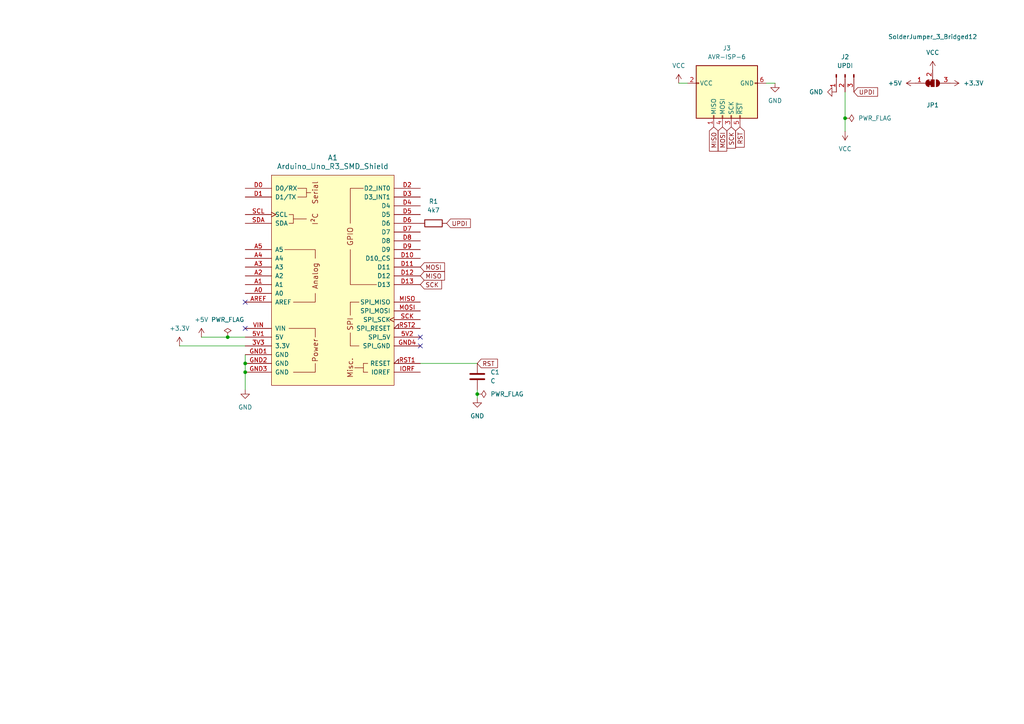
<source format=kicad_sch>
(kicad_sch (version 20231120) (generator "eeschema") (generator_version "8.0")
  (paper "A4")
  (lib_symbols
    (symbol "Connector:AVR-ISP-6" (pin_names (offset 1.016))
      (property "Reference" "J" (at -6.35 11.43 0))
      (property "Value" "AVR-ISP-6" (at 0 11.43 0))
      (symbol "AVR-ISP-6_0_1"
        (rectangle (start -2.667 -6.858) (end -2.413 -7.62))
        (rectangle (start -2.667 10.16) (end -2.413 9.398))
        (rectangle (start 7.62 -2.413) (end 6.858 -2.667))
        (rectangle (start 7.62 0.127) (end 6.858 -0.127))
        (rectangle (start 7.62 2.667) (end 6.858 2.413))
        (rectangle (start 7.62 5.207) (end 6.858 4.953))
        (rectangle (start 7.62 10.16) (end -7.62 -7.62) (stroke (width 0.254)) (fill (type background)))
      )
      (symbol "AVR-ISP-6_1_1"
        (pin passive line (at 10.16 5.08 180) (length 2.54) (name "MISO") (number "1"))
        (pin passive line (at -2.54 12.7 270) (length 2.54) (name "VCC") (number "2"))
        (pin passive line (at 10.16 0 180) (length 2.54) (name "SCK") (number "3"))
        (pin passive line (at 10.16 2.54 180) (length 2.54) (name "MOSI") (number "4"))
        (pin passive line (at 10.16 -2.54 180) (length 2.54) (name "~{RST}") (number "5"))
        (pin passive line (at -2.54 -10.16 90) (length 2.54) (name "GND") (number "6"))
      )
    )
    (symbol "Connector:Conn_01x03_Pin" (pin_names (offset 1.016) hide)
      (property "Reference" "J" (at 0 5.08 0))
      (property "Value" "Conn_01x03_Pin" (at 0 -5.08 0))
      (symbol "Conn_01x03_Pin_1_1"
        (polyline (pts (xy 1.27 -2.54) (xy 0.8636 -2.54)) (stroke (width 0.1524)))
        (polyline (pts (xy 1.27 0) (xy 0.8636 0)) (stroke (width 0.1524)))
        (polyline (pts (xy 1.27 2.54) (xy 0.8636 2.54)) (stroke (width 0.1524)))
        (rectangle (start 0.8636 -2.413) (end 0 -2.667) (stroke (width 0.1524)) (fill (type outline)))
        (rectangle (start 0.8636 0.127) (end 0 -0.127) (stroke (width 0.1524)) (fill (type outline)))
        (rectangle (start 0.8636 2.667) (end 0 2.413) (stroke (width 0.1524)) (fill (type outline)))
        (pin passive line (at 5.08 2.54 180) (length 3.81) (name "Pin_1") (number "1"))
        (pin passive line (at 5.08 0 180) (length 3.81) (name "Pin_2") (number "2"))
        (pin passive line (at 5.08 -2.54 180) (length 3.81) (name "Pin_3") (number "3"))
      )
    )
    (symbol "Device:C" (pin_numbers hide) (pin_names (offset 0.254))
      (property "Reference" "C" (at 0.635 2.54 0))
      (property "Value" "C" (at 0.635 -2.54 0))
      (symbol "C_0_1"
        (polyline (pts (xy -2.032 -0.762) (xy 2.032 -0.762)) (stroke (width 0.508)))
        (polyline (pts (xy -2.032 0.762) (xy 2.032 0.762)) (stroke (width 0.508)))
      )
      (symbol "C_1_1"
        (pin passive line (at 0 3.81 270) (length 2.794) (name "~") (number "1"))
        (pin passive line (at 0 -3.81 90) (length 2.794) (name "~") (number "2"))
      )
    )
    (symbol "Device:R" (pin_numbers hide) (pin_names (offset 0))
      (property "Reference" "R" (at 2.032 0 90))
      (property "Value" "R" (at 0 0 90))
      (symbol "R_0_1"
        (rectangle (start -1.016 -2.54) (end 1.016 2.54) (stroke (width 0.254)))
      )
      (symbol "R_1_1"
        (pin passive line (at 0 3.81 270) (length 1.27) (name "~") (number "1"))
        (pin passive line (at 0 -3.81 90) (length 1.27) (name "~") (number "2"))
      )
    )
    (symbol "Jumper:SolderJumper_3_Bridged12" (pin_names (offset 0) hide) (exclude_from_sim yes) (in_bom no)
      (property "Reference" "JP" (at -2.54 -2.54 0))
      (property "Value" "SolderJumper_3_Bridged12" (at 0 2.794 0))
      (symbol "SolderJumper_3_Bridged12_0_1"
        (rectangle (start -1.016 0.508) (end -0.508 -0.508) (fill (type outline)))
        (arc (start -1.016 1.016) (mid -2.0276 0) (end -1.016 -1.016))
        (arc (start -1.016 1.016) (mid -2.0276 0) (end -1.016 -1.016) (fill (type outline)))
        (rectangle (start -0.508 1.016) (end 0.508 -1.016) (fill (type outline)))
        (polyline (pts (xy -2.54 0) (xy -2.032 0)))
        (polyline (pts (xy -1.016 1.016) (xy -1.016 -1.016)))
        (polyline (pts (xy 0 -1.27) (xy 0 -1.016)))
        (polyline (pts (xy 1.016 1.016) (xy 1.016 -1.016)))
        (polyline (pts (xy 2.54 0) (xy 2.032 0)))
        (arc (start 1.016 -1.016) (mid 2.0276 0) (end 1.016 1.016))
        (arc (start 1.016 -1.016) (mid 2.0276 0) (end 1.016 1.016) (fill (type outline)))
      )
      (symbol "SolderJumper_3_Bridged12_1_1"
        (pin passive line (at -5.08 0 0) (length 2.54) (name "A") (number "1"))
        (pin passive line (at 0 -3.81 90) (length 2.54) (name "C") (number "2"))
        (pin passive line (at 5.08 0 180) (length 2.54) (name "B") (number "3"))
      )
    )
    (symbol "PCM_arduino-library:Arduino_Uno_R3_SMD_Shield" (pin_names (offset 1.016))
      (property "Reference" "A" (at 0 36.83 0))
      (property "Value" "Arduino_Uno_R3_SMD_Shield" (at 0 33.02 0))
      (symbol "Arduino_Uno_R3_SMD_Shield_0_0"
        (rectangle (start -17.78 30.48) (end 17.78 -30.48) (fill (type background)))
        (rectangle (start -12.7 -13.97) (end -5.08 -13.97))
        (rectangle (start -11.43 -26.67) (end -5.08 -26.67))
        (polyline (pts (xy -11.43 17.78) (xy -7.62 17.78)))
        (polyline (pts (xy -7.62 25.4) (xy -6.35 25.4)))
        (polyline (pts (xy -5.08 -26.67) (xy -5.08 -24.13)))
        (polyline (pts (xy -5.08 -15.24) (xy -5.08 -16.51)))
        (polyline (pts (xy -5.08 -13.97) (xy -5.08 -15.24)))
        (polyline (pts (xy -5.08 -3.81) (xy -5.08 -6.35) (xy -11.43 -6.35)))
        (polyline (pts (xy -5.08 6.35) (xy -5.08 8.89) (xy -13.97 8.89)))
        (polyline (pts (xy 5.08 8.89) (xy 5.08 -1.27) (xy 12.7 -1.27)))
        (polyline (pts (xy 5.08 16.51) (xy 5.08 26.67) (xy 8.89 26.67)))
        (polyline (pts (xy -12.7 19.05) (xy -11.43 19.05) (xy -11.43 16.51) (xy -12.7 16.51)))
        (polyline (pts (xy -10.16 26.67) (xy -7.62 26.67) (xy -7.62 24.13) (xy -10.16 24.13)))
        (rectangle (start 5.08 -19.05) (end 5.08 -15.24))
        (rectangle (start 5.08 -19.05) (end 7.62 -19.05))
        (rectangle (start 5.08 -10.16) (end 5.08 -6.35))
        (rectangle (start 7.62 -6.35) (end 5.08 -6.35))
        (rectangle (start 8.89 -25.4) (end 6.35 -25.4))
        (rectangle (start 8.89 -24.13) (end 8.89 -26.67))
        (rectangle (start 10.16 -26.67) (end 8.89 -26.67))
        (rectangle (start 10.16 -24.13) (end 8.89 -24.13))
        (text "Analog" (at -5.08 1.27 900) (effects (font (size 1.524 1.524))))
        (text "I²C" (at -5.08 17.78 900) (effects (font (size 1.524 1.524))))
        (text "Misc." (at 5.08 -25.4 900) (effects (font (size 1.524 1.524))))
        (text "Power" (at -5.08 -20.32 900) (effects (font (size 1.524 1.524))))
        (text "Serial" (at -5.08 25.4 900) (effects (font (size 1.524 1.524))))
        (text "SPI" (at 5.08 -12.7 900) (effects (font (size 1.524 1.524))))
      )
      (symbol "Arduino_Uno_R3_SMD_Shield_1_0"
        (text "GPIO" (at 5.08 12.7 900) (effects (font (size 1.524 1.524))))
      )
      (symbol "Arduino_Uno_R3_SMD_Shield_1_1"
        (pin power_out line (at -25.4 -19.05 0) (length 7.62) (name "3.3V") (number "3V3"))
        (pin power_in line (at -25.4 -16.51 0) (length 7.62) (name "5V") (number "5V1"))
        (pin power_in line (at 25.4 -16.51 180) (length 7.62) (name "SPI_5V") (number "5V2"))
        (pin bidirectional line (at -25.4 -3.81 0) (length 7.62) (name "A0") (number "A0"))
        (pin bidirectional line (at -25.4 -1.27 0) (length 7.62) (name "A1") (number "A1"))
        (pin bidirectional line (at -25.4 1.27 0) (length 7.62) (name "A2") (number "A2"))
        (pin bidirectional line (at -25.4 3.81 0) (length 7.62) (name "A3") (number "A3"))
        (pin bidirectional line (at -25.4 6.35 0) (length 7.62) (name "A4") (number "A4"))
        (pin bidirectional line (at -25.4 8.89 0) (length 7.62) (name "A5") (number "A5"))
        (pin input line (at -25.4 -6.35 0) (length 7.62) (name "AREF") (number "AREF"))
        (pin bidirectional line (at -25.4 26.67 0) (length 7.62) (name "D0/RX") (number "D0"))
        (pin bidirectional line (at -25.4 24.13 0) (length 7.62) (name "D1/TX") (number "D1"))
        (pin bidirectional line (at 25.4 6.35 180) (length 7.62) (name "D10_CS") (number "D10"))
        (pin bidirectional line (at 25.4 3.81 180) (length 7.62) (name "D11") (number "D11"))
        (pin bidirectional line (at 25.4 1.27 180) (length 7.62) (name "D12") (number "D12"))
        (pin bidirectional line (at 25.4 -1.27 180) (length 7.62) (name "D13") (number "D13"))
        (pin bidirectional line (at 25.4 26.67 180) (length 7.62) (name "D2_INT0") (number "D2"))
        (pin bidirectional line (at 25.4 24.13 180) (length 7.62) (name "D3_INT1") (number "D3"))
        (pin bidirectional line (at 25.4 21.59 180) (length 7.62) (name "D4") (number "D4"))
        (pin bidirectional line (at 25.4 19.05 180) (length 7.62) (name "D5") (number "D5"))
        (pin bidirectional line (at 25.4 16.51 180) (length 7.62) (name "D6") (number "D6"))
        (pin bidirectional line (at 25.4 13.97 180) (length 7.62) (name "D7") (number "D7"))
        (pin bidirectional line (at 25.4 11.43 180) (length 7.62) (name "D8") (number "D8"))
        (pin bidirectional line (at 25.4 8.89 180) (length 7.62) (name "D9") (number "D9"))
        (pin power_in line (at -25.4 -21.59 0) (length 7.62) (name "GND") (number "GND1"))
        (pin power_in line (at -25.4 -24.13 0) (length 7.62) (name "GND") (number "GND2"))
        (pin power_in line (at -25.4 -26.67 0) (length 7.62) (name "GND") (number "GND3"))
        (pin power_in line (at 25.4 -19.05 180) (length 7.62) (name "SPI_GND") (number "GND4"))
        (pin output line (at 25.4 -26.67 180) (length 7.62) (name "IOREF") (number "IORF"))
        (pin input line (at 25.4 -6.35 180) (length 7.62) (name "SPI_MISO") (number "MISO"))
        (pin output line (at 25.4 -8.89 180) (length 7.62) (name "SPI_MOSI") (number "MOSI"))
        (pin open_collector input_low (at 25.4 -24.13 180) (length 7.62) (name "RESET") (number "RST1"))
        (pin open_collector input_low (at 25.4 -13.97 180) (length 7.62) (name "SPI_RESET") (number "RST2"))
        (pin output clock (at 25.4 -11.43 180) (length 7.62) (name "SPI_SCK") (number "SCK"))
        (pin bidirectional clock (at -25.4 19.05 0) (length 7.62) (name "SCL") (number "SCL"))
        (pin bidirectional line (at -25.4 16.51 0) (length 7.62) (name "SDA") (number "SDA"))
        (pin power_in line (at -25.4 -13.97 0) (length 7.62) (name "VIN") (number "VIN"))
      )
    )
    (symbol "power:+3.3V" (power) (pin_numbers hide) (pin_names (offset 0) hide)
      (property "Value" "+3.3V" (at 0 3.556 0))
      (symbol "+3.3V_0_1"
        (polyline (pts (xy -0.762 1.27) (xy 0 2.54)))
        (polyline (pts (xy 0 0) (xy 0 2.54)))
        (polyline (pts (xy 0 2.54) (xy 0.762 1.27)))
      )
      (symbol "+3.3V_1_1"
        (pin power_in line (at 0 0 90) (length 0) (name "~") (number "1"))
      )
    )
    (symbol "power:+5V" (power) (pin_numbers hide) (pin_names (offset 0) hide)
      (property "Value" "+5V" (at 0 3.556 0))
      (symbol "+5V_0_1"
        (polyline (pts (xy -0.762 1.27) (xy 0 2.54)))
        (polyline (pts (xy 0 0) (xy 0 2.54)))
        (polyline (pts (xy 0 2.54) (xy 0.762 1.27)))
      )
      (symbol "+5V_1_1"
        (pin power_in line (at 0 0 90) (length 0) (name "~") (number "1"))
      )
    )
    (symbol "power:GND" (power) (pin_numbers hide) (pin_names (offset 0) hide)
      (property "Value" "GND" (at 0 -3.81 0))
      (symbol "GND_0_1"
        (polyline (pts (xy 0 0) (xy 0 -1.27) (xy 1.27 -1.27) (xy 0 -2.54) (xy -1.27 -1.27) (xy 0 -1.27)))
      )
      (symbol "GND_1_1"
        (pin power_in line (at 0 0 270) (length 0) (name "~") (number "1"))
      )
    )
    (symbol "power:PWR_FLAG" (power) (pin_numbers hide) (pin_names (offset 0) hide)
      (property "Value" "PWR_FLAG" (at 0 3.81 0))
      (symbol "PWR_FLAG_0_0"
        (pin power_out line (at 0 0 90) (length 0) (name "~") (number "1"))
      )
      (symbol "PWR_FLAG_0_1"
        (polyline (pts (xy 0 0) (xy 0 1.27) (xy -1.016 1.905) (xy 0 2.54) (xy 1.016 1.905) (xy 0 1.27)))
      )
    )
    (symbol "power:VCC" (power) (pin_numbers hide) (pin_names (offset 0) hide)
      (property "Value" "VCC" (at 0 3.556 0))
      (symbol "VCC_0_1"
        (polyline (pts (xy -0.762 1.27) (xy 0 2.54)))
        (polyline (pts (xy 0 0) (xy 0 2.54)))
        (polyline (pts (xy 0 2.54) (xy 0.762 1.27)))
      )
      (symbol "VCC_1_1"
        (pin power_in line (at 0 0 90) (length 0) (name "~") (number "1"))
      )
    )
  )
  (junction (at 71.12 107.95))
  (junction (at 138.43 114.3))
  (junction (at 66.04 97.79))
  (junction (at 245.11 34.29))
  (junction (at 71.12 105.41))
  (no_connect (at 71.12 95.25))
  (no_connect (at 121.92 100.33))
  (no_connect (at 121.92 97.79))
  (no_connect (at 71.12 87.63))
  (wire (pts (xy 58.42 97.79) (xy 66.04 97.79)))
  (wire (pts (xy 71.12 102.87) (xy 71.12 105.41)))
  (wire (pts (xy 52.07 100.33) (xy 71.12 100.33)))
  (wire (pts (xy 138.43 114.3) (xy 138.43 115.57)))
  (wire (pts (xy 138.43 113.03) (xy 138.43 114.3)))
  (wire (pts (xy 245.11 38.1) (xy 245.11 34.29)))
  (wire (pts (xy 245.11 34.29) (xy 245.11 26.67)))
  (wire (pts (xy 71.12 113.03) (xy 71.12 107.95)))
  (wire (pts (xy 66.04 97.79) (xy 71.12 97.79)))
  (wire (pts (xy 196.85 24.13) (xy 199.39 24.13)))
  (wire (pts (xy 71.12 105.41) (xy 71.12 107.95)))
  (wire (pts (xy 121.92 105.41) (xy 138.43 105.41)))
  (wire (pts (xy 222.25 24.13) (xy 224.79 24.13)))
  (global_label "UPDI" (shape input) (at 129.54 64.77 0) (property "Intersheetrefs" "${INTERSHEET_REFS}" (effects (hide yes))))
  (global_label "MISO" (shape input) (at 121.92 80.01 0) (property "Intersheetrefs" "${INTERSHEET_REFS}" (effects (hide yes))))
  (global_label "RST" (shape input) (at 214.63 36.83 270) (property "Intersheetrefs" "${INTERSHEET_REFS}" (effects (hide yes))))
  (global_label "SCK" (shape input) (at 212.09 36.83 270) (property "Intersheetrefs" "${INTERSHEET_REFS}" (effects (hide yes))))
  (global_label "MOSI" (shape input) (at 121.92 77.47 0) (property "Intersheetrefs" "${INTERSHEET_REFS}" (effects (hide yes))))
  (global_label "MOSI" (shape input) (at 209.55 36.83 270) (property "Intersheetrefs" "${INTERSHEET_REFS}" (effects (hide yes))))
  (global_label "UPDI" (shape input) (at 247.65 26.67 0) (property "Intersheetrefs" "${INTERSHEET_REFS}" (effects (hide yes))))
  (global_label "SCK" (shape input) (at 121.92 82.55 0) (property "Intersheetrefs" "${INTERSHEET_REFS}" (effects (hide yes))))
  (global_label "MISO" (shape input) (at 207.01 36.83 270) (property "Intersheetrefs" "${INTERSHEET_REFS}" (effects (hide yes))))
  (global_label "RST" (shape input) (at 138.43 105.41 0) (property "Intersheetrefs" "${INTERSHEET_REFS}" (effects (hide yes))))
  (symbol (lib_id "power:GND") (at 242.57 26.67 270) (unit 1)
    (property "Reference" "#PWR9" (effects (hide yes)))
    (property "Value" "GND" (at 238.76 26.6699 90) (effects (justify right)))
    (property "Description" "Power symbol creates a global label with name \"GND\" , ground" (effects (hide yes)))
  )
  (symbol (lib_id "power:GND") (at 71.12 113.03 0) (unit 1)
    (property "Reference" "#PWR2" (effects (hide yes)))
    (property "Value" "GND" (at 71.12 118.11 0))
    (property "Description" "Power symbol creates a global label with name \"GND\" , ground" (effects (hide yes)))
  )
  (symbol (lib_id "power:PWR_FLAG") (at 138.43 114.3 270) (unit 1)
    (property "Reference" "#FLG4" (effects (hide yes)))
    (property "Value" "PWR_FLAG" (at 142.24 114.2999 90) (effects (justify left)))
    (property "Description" "Special symbol for telling ERC where power comes from" (effects (hide yes)))
  )
  (symbol (lib_id "Connector:Conn_01x03_Pin") (at 245.11 21.59 90) (mirror x) (unit 1)
    (property "Reference" "J2" (at 245.11 16.51 90))
    (property "Value" "UPDI" (at 245.11 19.05 90))
    (property "Footprint" "Connector_PinSocket_2.54mm:PinSocket_1x03_P2.54mm_Vertical" (effects (hide yes)))
    (property "Description" "Generic connector, single row, 01x03, script generated" (effects (hide yes)))
  )
  (symbol (lib_id "Device:R") (at 125.73 64.77 90) (unit 1)
    (property "Reference" "R1" (at 125.73 58.42 90))
    (property "Value" "4k7" (at 125.73 60.96 90))
    (property "Footprint" "Resistor_SMD:R_0805_2012Metric_Pad1.20x1.40mm_HandSolder" (effects (hide yes)))
    (property "Description" "Resistor" (effects (hide yes)))
  )
  (symbol (lib_id "power:PWR_FLAG") (at 66.04 97.79 0) (unit 1)
    (property "Reference" "#FLG1" (effects (hide yes)))
    (property "Value" "PWR_FLAG" (at 66.04 92.71 0))
    (property "Description" "Special symbol for telling ERC where power comes from" (effects (hide yes)))
  )
  (symbol (lib_id "power:GND") (at 138.43 115.57 0) (unit 1)
    (property "Reference" "#PWR1" (effects (hide yes)))
    (property "Value" "GND" (at 138.43 120.65 0))
    (property "Description" "Power symbol creates a global label with name \"GND\" , ground" (effects (hide yes)))
  )
  (symbol (lib_id "Connector:AVR-ISP-6") (at 212.09 26.67 90) (mirror x) (unit 1)
    (property "Reference" "J3" (at 210.82 13.97 90))
    (property "Value" "AVR-ISP-6" (at 210.82 16.51 90))
    (property "Footprint" "Connector_PinSocket_2.54mm:PinSocket_2x03_P2.54mm_Vertical" (effects (hide yes)))
    (property "Description" "Atmel 6-pin ISP connector" (effects (hide yes)))
  )
  (symbol (lib_id "power:VCC") (at 196.85 24.13 0) (unit 1)
    (property "Reference" "#PWR11" (effects (hide yes)))
    (property "Value" "VCC" (at 196.85 19.05 0))
    (property "Description" "Power symbol creates a global label with name \"VCC\"" (effects (hide yes)))
  )
  (symbol (lib_id "power:VCC") (at 270.51 20.32 0) (unit 1)
    (property "Reference" "#PWR7" (effects (hide yes)))
    (property "Value" "VCC" (at 270.51 15.24 0))
    (property "Description" "Power symbol creates a global label with name \"VCC\"" (effects (hide yes)))
  )
  (symbol (lib_id "power:VCC") (at 245.11 38.1 180) (unit 1)
    (property "Reference" "#PWR8" (effects (hide yes)))
    (property "Value" "VCC" (at 245.11 43.18 0))
    (property "Description" "Power symbol creates a global label with name \"VCC\"" (effects (hide yes)))
  )
  (symbol (lib_id "power:GND") (at 224.79 24.13 0) (unit 1)
    (property "Reference" "#PWR10" (effects (hide yes)))
    (property "Value" "GND" (at 224.79 29.21 0))
    (property "Description" "Power symbol creates a global label with name \"GND\" , ground" (effects (hide yes)))
  )
  (symbol (lib_id "power:+5V") (at 58.42 97.79 0) (unit 1)
    (property "Reference" "#PWR3" (effects (hide yes)))
    (property "Value" "+5V" (at 58.42 92.71 0))
    (property "Description" "Power symbol creates a global label with name \"+5V\"" (effects (hide yes)))
  )
  (symbol (lib_id "power:+5V") (at 265.43 24.13 90) (unit 1)
    (property "Reference" "#PWR5" (effects (hide yes)))
    (property "Value" "+5V" (at 261.62 24.1299 90) (effects (justify left)))
    (property "Description" "Power symbol creates a global label with name \"+5V\"" (effects (hide yes)))
  )
  (symbol (lib_id "PCM_arduino-library:Arduino_Uno_R3_SMD_Shield") (at 96.52 81.28 0) (unit 1)
    (property "Reference" "A1" (at 96.52 45.72 0) (effects (font (size 1.524 1.524))))
    (property "Value" "Arduino_Uno_R3_SMD_Shield" (at 96.52 48.26 0) (effects (font (size 1.524 1.524))))
    (property "Footprint" "PCM_arduino-library:Arduino_Uno_R3_Shield" (effects (hide yes)))
    (property "Datasheet" "https://docs.arduino.cc/hardware/uno-rev3-smd" (effects (hide yes)))
    (property "Description" "Shield for Arduino UNO R3 SMD" (effects (hide yes)))
  )
  (symbol (lib_id "Device:C") (at 138.43 109.22 0) (unit 1)
    (property "Reference" "C1" (at 142.24 107.9499 0) (effects (justify left)))
    (property "Value" "C" (at 142.24 110.4899 0) (effects (justify left)))
    (property "Footprint" "Capacitor_SMD:C_0805_2012Metric" (effects (hide yes)))
    (property "Description" "Unpolarized capacitor" (effects (hide yes)))
  )
  (symbol (lib_id "power:+3.3V") (at 52.07 100.33 0) (unit 1)
    (property "Reference" "#PWR4" (effects (hide yes)))
    (property "Value" "+3.3V" (at 52.07 95.25 0))
    (property "Description" "Power symbol creates a global label with name \"+3.3V\"" (effects (hide yes)))
  )
  (symbol (lib_id "Jumper:SolderJumper_3_Bridged12") (at 270.51 24.13 0) (mirror x) (unit 1) (exclude_from_sim yes) (in_bom no)
    (property "Reference" "JP1" (at 270.51 30.48 0))
    (property "Value" "SolderJumper_3_Bridged12" (at 270.51 10.668 0))
    (property "Footprint" "Jumper:SolderJumper-3_P1.3mm_Bridged12_Pad1.0x1.5mm_NumberLabels" (effects (hide yes)))
    (property "Description" "3-pole Solder Jumper, pins 1+2 closed/bridged" (effects (hide yes)))
  )
  (symbol (lib_id "power:PWR_FLAG") (at 245.11 34.29 270) (unit 1)
    (property "Reference" "#FLG3" (effects (hide yes)))
    (property "Value" "PWR_FLAG" (at 248.92 34.2899 90) (effects (justify left)))
    (property "Description" "Special symbol for telling ERC where power comes from" (effects (hide yes)))
  )
  (symbol (lib_id "power:+3.3V") (at 275.59 24.13 270) (unit 1)
    (property "Reference" "#PWR6" (effects (hide yes)))
    (property "Value" "+3.3V" (at 279.4 24.1299 90) (effects (justify left)))
    (property "Description" "Power symbol creates a global label with name \"+3.3V\"" (effects (hide yes)))
  )
)
</source>
